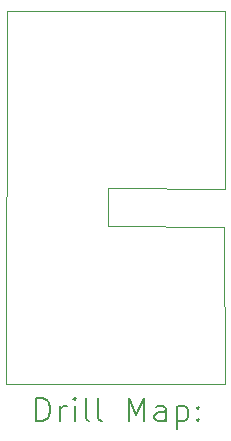
<source format=gbr>
%TF.GenerationSoftware,KiCad,Pcbnew,7.0.9*%
%TF.CreationDate,2024-03-07T22:29:10+01:00*%
%TF.ProjectId,pcb-design,7063622d-6465-4736-9967-6e2e6b696361,rev?*%
%TF.SameCoordinates,Original*%
%TF.FileFunction,Drillmap*%
%TF.FilePolarity,Positive*%
%FSLAX45Y45*%
G04 Gerber Fmt 4.5, Leading zero omitted, Abs format (unit mm)*
G04 Created by KiCad (PCBNEW 7.0.9) date 2024-03-07 22:29:10*
%MOMM*%
%LPD*%
G01*
G04 APERTURE LIST*
%ADD10C,0.100000*%
%ADD11C,0.200000*%
G04 APERTURE END LIST*
D10*
X15849000Y-13402900D02*
X14863200Y-13400800D01*
X14863200Y-13721400D01*
X15845200Y-13725400D01*
X15847700Y-15056800D01*
X13996200Y-15055500D01*
X14001100Y-11901900D01*
X15847700Y-11900200D01*
X15849000Y-13402900D01*
D11*
X14251977Y-15373284D02*
X14251977Y-15173284D01*
X14251977Y-15173284D02*
X14299596Y-15173284D01*
X14299596Y-15173284D02*
X14328167Y-15182808D01*
X14328167Y-15182808D02*
X14347215Y-15201855D01*
X14347215Y-15201855D02*
X14356739Y-15220903D01*
X14356739Y-15220903D02*
X14366262Y-15258998D01*
X14366262Y-15258998D02*
X14366262Y-15287569D01*
X14366262Y-15287569D02*
X14356739Y-15325665D01*
X14356739Y-15325665D02*
X14347215Y-15344712D01*
X14347215Y-15344712D02*
X14328167Y-15363760D01*
X14328167Y-15363760D02*
X14299596Y-15373284D01*
X14299596Y-15373284D02*
X14251977Y-15373284D01*
X14451977Y-15373284D02*
X14451977Y-15239950D01*
X14451977Y-15278046D02*
X14461501Y-15258998D01*
X14461501Y-15258998D02*
X14471024Y-15249474D01*
X14471024Y-15249474D02*
X14490072Y-15239950D01*
X14490072Y-15239950D02*
X14509120Y-15239950D01*
X14575786Y-15373284D02*
X14575786Y-15239950D01*
X14575786Y-15173284D02*
X14566262Y-15182808D01*
X14566262Y-15182808D02*
X14575786Y-15192331D01*
X14575786Y-15192331D02*
X14585310Y-15182808D01*
X14585310Y-15182808D02*
X14575786Y-15173284D01*
X14575786Y-15173284D02*
X14575786Y-15192331D01*
X14699596Y-15373284D02*
X14680548Y-15363760D01*
X14680548Y-15363760D02*
X14671024Y-15344712D01*
X14671024Y-15344712D02*
X14671024Y-15173284D01*
X14804358Y-15373284D02*
X14785310Y-15363760D01*
X14785310Y-15363760D02*
X14775786Y-15344712D01*
X14775786Y-15344712D02*
X14775786Y-15173284D01*
X15032929Y-15373284D02*
X15032929Y-15173284D01*
X15032929Y-15173284D02*
X15099596Y-15316141D01*
X15099596Y-15316141D02*
X15166262Y-15173284D01*
X15166262Y-15173284D02*
X15166262Y-15373284D01*
X15347215Y-15373284D02*
X15347215Y-15268522D01*
X15347215Y-15268522D02*
X15337691Y-15249474D01*
X15337691Y-15249474D02*
X15318643Y-15239950D01*
X15318643Y-15239950D02*
X15280548Y-15239950D01*
X15280548Y-15239950D02*
X15261501Y-15249474D01*
X15347215Y-15363760D02*
X15328167Y-15373284D01*
X15328167Y-15373284D02*
X15280548Y-15373284D01*
X15280548Y-15373284D02*
X15261501Y-15363760D01*
X15261501Y-15363760D02*
X15251977Y-15344712D01*
X15251977Y-15344712D02*
X15251977Y-15325665D01*
X15251977Y-15325665D02*
X15261501Y-15306617D01*
X15261501Y-15306617D02*
X15280548Y-15297093D01*
X15280548Y-15297093D02*
X15328167Y-15297093D01*
X15328167Y-15297093D02*
X15347215Y-15287569D01*
X15442453Y-15239950D02*
X15442453Y-15439950D01*
X15442453Y-15249474D02*
X15461501Y-15239950D01*
X15461501Y-15239950D02*
X15499596Y-15239950D01*
X15499596Y-15239950D02*
X15518643Y-15249474D01*
X15518643Y-15249474D02*
X15528167Y-15258998D01*
X15528167Y-15258998D02*
X15537691Y-15278046D01*
X15537691Y-15278046D02*
X15537691Y-15335188D01*
X15537691Y-15335188D02*
X15528167Y-15354236D01*
X15528167Y-15354236D02*
X15518643Y-15363760D01*
X15518643Y-15363760D02*
X15499596Y-15373284D01*
X15499596Y-15373284D02*
X15461501Y-15373284D01*
X15461501Y-15373284D02*
X15442453Y-15363760D01*
X15623405Y-15354236D02*
X15632929Y-15363760D01*
X15632929Y-15363760D02*
X15623405Y-15373284D01*
X15623405Y-15373284D02*
X15613882Y-15363760D01*
X15613882Y-15363760D02*
X15623405Y-15354236D01*
X15623405Y-15354236D02*
X15623405Y-15373284D01*
X15623405Y-15249474D02*
X15632929Y-15258998D01*
X15632929Y-15258998D02*
X15623405Y-15268522D01*
X15623405Y-15268522D02*
X15613882Y-15258998D01*
X15613882Y-15258998D02*
X15623405Y-15249474D01*
X15623405Y-15249474D02*
X15623405Y-15268522D01*
M02*

</source>
